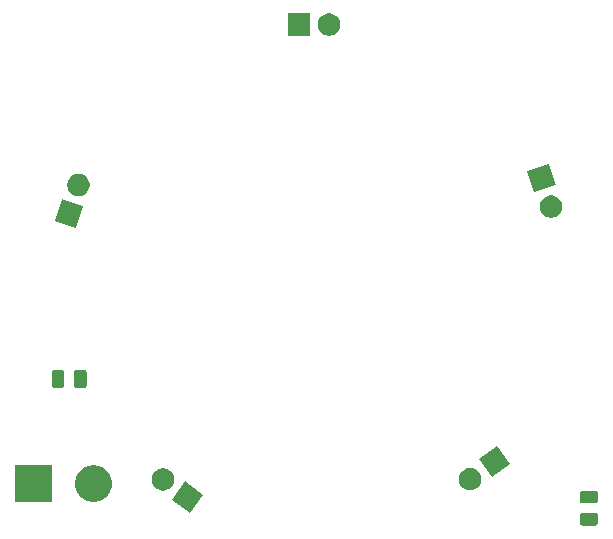
<source format=gbr>
G04 #@! TF.GenerationSoftware,KiCad,Pcbnew,(5.1.0)-1*
G04 #@! TF.CreationDate,2019-11-21T20:20:07-05:00*
G04 #@! TF.ProjectId,gopro_lights,676f7072-6f5f-46c6-9967-6874732e6b69,1*
G04 #@! TF.SameCoordinates,Original*
G04 #@! TF.FileFunction,Soldermask,Top*
G04 #@! TF.FilePolarity,Negative*
%FSLAX46Y46*%
G04 Gerber Fmt 4.6, Leading zero omitted, Abs format (unit mm)*
G04 Created by KiCad (PCBNEW (5.1.0)-1) date 2019-11-21 20:20:07*
%MOMM*%
%LPD*%
G04 APERTURE LIST*
%ADD10C,0.100000*%
G04 APERTURE END LIST*
D10*
G36*
X129584468Y-107341065D02*
G01*
X129623138Y-107352796D01*
X129658777Y-107371846D01*
X129690017Y-107397483D01*
X129715654Y-107428723D01*
X129734704Y-107464362D01*
X129746435Y-107503032D01*
X129751000Y-107549388D01*
X129751000Y-108200612D01*
X129746435Y-108246968D01*
X129734704Y-108285638D01*
X129715654Y-108321277D01*
X129690017Y-108352517D01*
X129658777Y-108378154D01*
X129623138Y-108397204D01*
X129584468Y-108408935D01*
X129538112Y-108413500D01*
X128461888Y-108413500D01*
X128415532Y-108408935D01*
X128376862Y-108397204D01*
X128341223Y-108378154D01*
X128309983Y-108352517D01*
X128284346Y-108321277D01*
X128265296Y-108285638D01*
X128253565Y-108246968D01*
X128249000Y-108200612D01*
X128249000Y-107549388D01*
X128253565Y-107503032D01*
X128265296Y-107464362D01*
X128284346Y-107428723D01*
X128309983Y-107397483D01*
X128341223Y-107371846D01*
X128376862Y-107352796D01*
X128415532Y-107341065D01*
X128461888Y-107336500D01*
X129538112Y-107336500D01*
X129584468Y-107341065D01*
X129584468Y-107341065D01*
G37*
G36*
X96328359Y-105789609D02*
G01*
X95210391Y-107328359D01*
X93671641Y-106210391D01*
X94789609Y-104671641D01*
X96328359Y-105789609D01*
X96328359Y-105789609D01*
G37*
G36*
X129584468Y-105466065D02*
G01*
X129623138Y-105477796D01*
X129658777Y-105496846D01*
X129690017Y-105522483D01*
X129715654Y-105553723D01*
X129734704Y-105589362D01*
X129746435Y-105628032D01*
X129751000Y-105674388D01*
X129751000Y-106325612D01*
X129746435Y-106371968D01*
X129734704Y-106410638D01*
X129715654Y-106446277D01*
X129690017Y-106477517D01*
X129658777Y-106503154D01*
X129623138Y-106522204D01*
X129584468Y-106533935D01*
X129538112Y-106538500D01*
X128461888Y-106538500D01*
X128415532Y-106533935D01*
X128376862Y-106522204D01*
X128341223Y-106503154D01*
X128309983Y-106477517D01*
X128284346Y-106446277D01*
X128265296Y-106410638D01*
X128253565Y-106371968D01*
X128249000Y-106325612D01*
X128249000Y-105674388D01*
X128253565Y-105628032D01*
X128265296Y-105589362D01*
X128284346Y-105553723D01*
X128309983Y-105522483D01*
X128341223Y-105496846D01*
X128376862Y-105477796D01*
X128415532Y-105466065D01*
X128461888Y-105461500D01*
X129538112Y-105461500D01*
X129584468Y-105466065D01*
X129584468Y-105466065D01*
G37*
G36*
X87362585Y-103348802D02*
G01*
X87512410Y-103378604D01*
X87794674Y-103495521D01*
X88048705Y-103665259D01*
X88264741Y-103881295D01*
X88434479Y-104135326D01*
X88551396Y-104417590D01*
X88551396Y-104417591D01*
X88611000Y-104717239D01*
X88611000Y-105022761D01*
X88593000Y-105113252D01*
X88551396Y-105322410D01*
X88434479Y-105604674D01*
X88264741Y-105858705D01*
X88048705Y-106074741D01*
X87794674Y-106244479D01*
X87512410Y-106361396D01*
X87457652Y-106372288D01*
X87212761Y-106421000D01*
X86907239Y-106421000D01*
X86662348Y-106372288D01*
X86607590Y-106361396D01*
X86325326Y-106244479D01*
X86071295Y-106074741D01*
X85855259Y-105858705D01*
X85685521Y-105604674D01*
X85568604Y-105322410D01*
X85527000Y-105113252D01*
X85509000Y-105022761D01*
X85509000Y-104717239D01*
X85568604Y-104417591D01*
X85568604Y-104417590D01*
X85685521Y-104135326D01*
X85855259Y-103881295D01*
X86071295Y-103665259D01*
X86325326Y-103495521D01*
X86607590Y-103378604D01*
X86757415Y-103348802D01*
X86907239Y-103319000D01*
X87212761Y-103319000D01*
X87362585Y-103348802D01*
X87362585Y-103348802D01*
G37*
G36*
X83531000Y-106421000D02*
G01*
X80429000Y-106421000D01*
X80429000Y-103319000D01*
X83531000Y-103319000D01*
X83531000Y-106421000D01*
X83531000Y-106421000D01*
G37*
G36*
X93222492Y-103592571D02*
G01*
X93395563Y-103664259D01*
X93397061Y-103665260D01*
X93551324Y-103768335D01*
X93683787Y-103900798D01*
X93683788Y-103900800D01*
X93787863Y-104056559D01*
X93859551Y-104229630D01*
X93896097Y-104413358D01*
X93896097Y-104600692D01*
X93859551Y-104784420D01*
X93787863Y-104957491D01*
X93787862Y-104957492D01*
X93683787Y-105113252D01*
X93551324Y-105245715D01*
X93472915Y-105298106D01*
X93395563Y-105349791D01*
X93222492Y-105421479D01*
X93038764Y-105458025D01*
X92851430Y-105458025D01*
X92667702Y-105421479D01*
X92494631Y-105349791D01*
X92417279Y-105298106D01*
X92338870Y-105245715D01*
X92206407Y-105113252D01*
X92102332Y-104957492D01*
X92102331Y-104957491D01*
X92030643Y-104784420D01*
X91994097Y-104600692D01*
X91994097Y-104413358D01*
X92030643Y-104229630D01*
X92102331Y-104056559D01*
X92206406Y-103900800D01*
X92206407Y-103900798D01*
X92338870Y-103768335D01*
X92493133Y-103665260D01*
X92494631Y-103664259D01*
X92667702Y-103592571D01*
X92851430Y-103556025D01*
X93038764Y-103556025D01*
X93222492Y-103592571D01*
X93222492Y-103592571D01*
G37*
G36*
X119222492Y-103578521D02*
G01*
X119395563Y-103650209D01*
X119418087Y-103665259D01*
X119551324Y-103754285D01*
X119683787Y-103886748D01*
X119683788Y-103886750D01*
X119787863Y-104042509D01*
X119859551Y-104215580D01*
X119896097Y-104399308D01*
X119896097Y-104586642D01*
X119859551Y-104770370D01*
X119787863Y-104943441D01*
X119787862Y-104943442D01*
X119683787Y-105099202D01*
X119551324Y-105231665D01*
X119530295Y-105245716D01*
X119395563Y-105335741D01*
X119222492Y-105407429D01*
X119038764Y-105443975D01*
X118851430Y-105443975D01*
X118667702Y-105407429D01*
X118494631Y-105335741D01*
X118359899Y-105245716D01*
X118338870Y-105231665D01*
X118206407Y-105099202D01*
X118102332Y-104943442D01*
X118102331Y-104943441D01*
X118030643Y-104770370D01*
X117994097Y-104586642D01*
X117994097Y-104399308D01*
X118030643Y-104215580D01*
X118102331Y-104042509D01*
X118206406Y-103886750D01*
X118206407Y-103886748D01*
X118338870Y-103754285D01*
X118472107Y-103665259D01*
X118494631Y-103650209D01*
X118667702Y-103578521D01*
X118851430Y-103541975D01*
X119038764Y-103541975D01*
X119222492Y-103578521D01*
X119222492Y-103578521D01*
G37*
G36*
X122328359Y-103210391D02*
G01*
X120789609Y-104328359D01*
X119671641Y-102789609D01*
X121210391Y-101671641D01*
X122328359Y-103210391D01*
X122328359Y-103210391D01*
G37*
G36*
X84434468Y-95253565D02*
G01*
X84473138Y-95265296D01*
X84508777Y-95284346D01*
X84540017Y-95309983D01*
X84565654Y-95341223D01*
X84584704Y-95376862D01*
X84596435Y-95415532D01*
X84601000Y-95461888D01*
X84601000Y-96538112D01*
X84596435Y-96584468D01*
X84584704Y-96623138D01*
X84565654Y-96658777D01*
X84540017Y-96690017D01*
X84508777Y-96715654D01*
X84473138Y-96734704D01*
X84434468Y-96746435D01*
X84388112Y-96751000D01*
X83736888Y-96751000D01*
X83690532Y-96746435D01*
X83651862Y-96734704D01*
X83616223Y-96715654D01*
X83584983Y-96690017D01*
X83559346Y-96658777D01*
X83540296Y-96623138D01*
X83528565Y-96584468D01*
X83524000Y-96538112D01*
X83524000Y-95461888D01*
X83528565Y-95415532D01*
X83540296Y-95376862D01*
X83559346Y-95341223D01*
X83584983Y-95309983D01*
X83616223Y-95284346D01*
X83651862Y-95265296D01*
X83690532Y-95253565D01*
X83736888Y-95249000D01*
X84388112Y-95249000D01*
X84434468Y-95253565D01*
X84434468Y-95253565D01*
G37*
G36*
X86309468Y-95253565D02*
G01*
X86348138Y-95265296D01*
X86383777Y-95284346D01*
X86415017Y-95309983D01*
X86440654Y-95341223D01*
X86459704Y-95376862D01*
X86471435Y-95415532D01*
X86476000Y-95461888D01*
X86476000Y-96538112D01*
X86471435Y-96584468D01*
X86459704Y-96623138D01*
X86440654Y-96658777D01*
X86415017Y-96690017D01*
X86383777Y-96715654D01*
X86348138Y-96734704D01*
X86309468Y-96746435D01*
X86263112Y-96751000D01*
X85611888Y-96751000D01*
X85565532Y-96746435D01*
X85526862Y-96734704D01*
X85491223Y-96715654D01*
X85459983Y-96690017D01*
X85434346Y-96658777D01*
X85415296Y-96623138D01*
X85403565Y-96584468D01*
X85399000Y-96538112D01*
X85399000Y-95461888D01*
X85403565Y-95415532D01*
X85415296Y-95376862D01*
X85434346Y-95341223D01*
X85459983Y-95309983D01*
X85491223Y-95284346D01*
X85526862Y-95265296D01*
X85565532Y-95253565D01*
X85611888Y-95249000D01*
X86263112Y-95249000D01*
X86309468Y-95253565D01*
X86309468Y-95253565D01*
G37*
G36*
X86198330Y-81389420D02*
G01*
X85610580Y-83198330D01*
X83801670Y-82610580D01*
X84389420Y-80801670D01*
X86198330Y-81389420D01*
X86198330Y-81389420D01*
G37*
G36*
X126062298Y-80501230D02*
G01*
X126235369Y-80572918D01*
X126235370Y-80572919D01*
X126391130Y-80676994D01*
X126523593Y-80809457D01*
X126523594Y-80809459D01*
X126627669Y-80965218D01*
X126699357Y-81138289D01*
X126735903Y-81322017D01*
X126735903Y-81509351D01*
X126699357Y-81693079D01*
X126627669Y-81866150D01*
X126627668Y-81866151D01*
X126523593Y-82021911D01*
X126391130Y-82154374D01*
X126312721Y-82206765D01*
X126235369Y-82258450D01*
X126062298Y-82330138D01*
X125878570Y-82366684D01*
X125691236Y-82366684D01*
X125507508Y-82330138D01*
X125334437Y-82258450D01*
X125257085Y-82206765D01*
X125178676Y-82154374D01*
X125046213Y-82021911D01*
X124942138Y-81866151D01*
X124942137Y-81866150D01*
X124870449Y-81693079D01*
X124833903Y-81509351D01*
X124833903Y-81322017D01*
X124870449Y-81138289D01*
X124942137Y-80965218D01*
X125046212Y-80809459D01*
X125046213Y-80809457D01*
X125178676Y-80676994D01*
X125334436Y-80572919D01*
X125334437Y-80572918D01*
X125507508Y-80501230D01*
X125691236Y-80464684D01*
X125878570Y-80464684D01*
X126062298Y-80501230D01*
X126062298Y-80501230D01*
G37*
G36*
X86062298Y-78669862D02*
G01*
X86235369Y-78741550D01*
X86235370Y-78741551D01*
X86391130Y-78845626D01*
X86523593Y-78978089D01*
X86523594Y-78978091D01*
X86627669Y-79133850D01*
X86699357Y-79306921D01*
X86735903Y-79490649D01*
X86735903Y-79677983D01*
X86699357Y-79861711D01*
X86627669Y-80034782D01*
X86627668Y-80034783D01*
X86523593Y-80190543D01*
X86391130Y-80323006D01*
X86312721Y-80375397D01*
X86235369Y-80427082D01*
X86062298Y-80498770D01*
X85878570Y-80535316D01*
X85691236Y-80535316D01*
X85507508Y-80498770D01*
X85334437Y-80427082D01*
X85257085Y-80375397D01*
X85178676Y-80323006D01*
X85046213Y-80190543D01*
X84942138Y-80034783D01*
X84942137Y-80034782D01*
X84870449Y-79861711D01*
X84833903Y-79677983D01*
X84833903Y-79490649D01*
X84870449Y-79306921D01*
X84942137Y-79133850D01*
X85046212Y-78978091D01*
X85046213Y-78978089D01*
X85178676Y-78845626D01*
X85334436Y-78741551D01*
X85334437Y-78741550D01*
X85507508Y-78669862D01*
X85691236Y-78633316D01*
X85878570Y-78633316D01*
X86062298Y-78669862D01*
X86062298Y-78669862D01*
G37*
G36*
X126198330Y-79610580D02*
G01*
X124389420Y-80198330D01*
X123801670Y-78389420D01*
X125610580Y-77801670D01*
X126198330Y-79610580D01*
X126198330Y-79610580D01*
G37*
G36*
X105411000Y-66951000D02*
G01*
X103509000Y-66951000D01*
X103509000Y-65049000D01*
X105411000Y-65049000D01*
X105411000Y-66951000D01*
X105411000Y-66951000D01*
G37*
G36*
X107277395Y-65085546D02*
G01*
X107450466Y-65157234D01*
X107450467Y-65157235D01*
X107606227Y-65261310D01*
X107738690Y-65393773D01*
X107738691Y-65393775D01*
X107842766Y-65549534D01*
X107914454Y-65722605D01*
X107951000Y-65906333D01*
X107951000Y-66093667D01*
X107914454Y-66277395D01*
X107842766Y-66450466D01*
X107842765Y-66450467D01*
X107738690Y-66606227D01*
X107606227Y-66738690D01*
X107527818Y-66791081D01*
X107450466Y-66842766D01*
X107277395Y-66914454D01*
X107093667Y-66951000D01*
X106906333Y-66951000D01*
X106722605Y-66914454D01*
X106549534Y-66842766D01*
X106472182Y-66791081D01*
X106393773Y-66738690D01*
X106261310Y-66606227D01*
X106157235Y-66450467D01*
X106157234Y-66450466D01*
X106085546Y-66277395D01*
X106049000Y-66093667D01*
X106049000Y-65906333D01*
X106085546Y-65722605D01*
X106157234Y-65549534D01*
X106261309Y-65393775D01*
X106261310Y-65393773D01*
X106393773Y-65261310D01*
X106549533Y-65157235D01*
X106549534Y-65157234D01*
X106722605Y-65085546D01*
X106906333Y-65049000D01*
X107093667Y-65049000D01*
X107277395Y-65085546D01*
X107277395Y-65085546D01*
G37*
M02*

</source>
